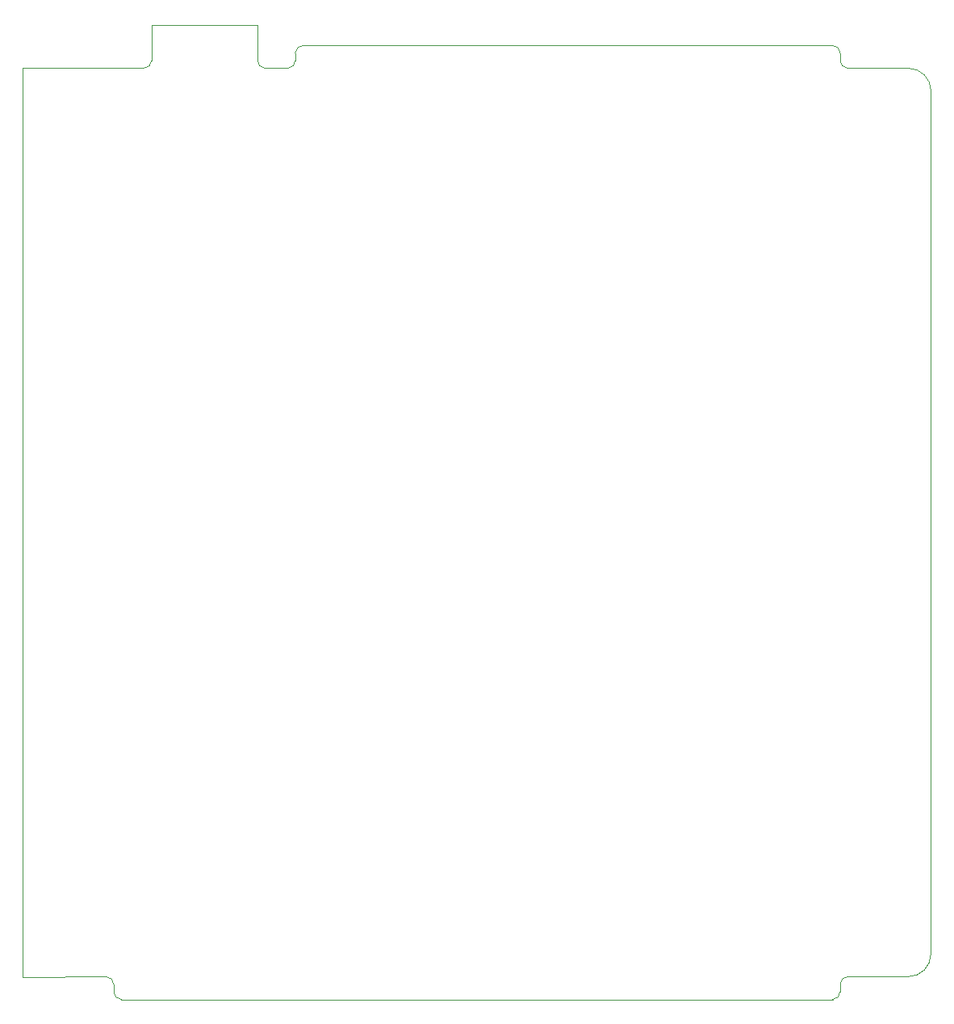
<source format=gm1>
%TF.GenerationSoftware,KiCad,Pcbnew,(5.1.12)-1*%
%TF.CreationDate,2022-01-05T00:46:49-05:00*%
%TF.ProjectId,gasket-2,6761736b-6574-42d3-922e-6b696361645f,rev?*%
%TF.SameCoordinates,Original*%
%TF.FileFunction,Profile,NP*%
%FSLAX46Y46*%
G04 Gerber Fmt 4.6, Leading zero omitted, Abs format (unit mm)*
G04 Created by KiCad (PCBNEW (5.1.12)-1) date 2022-01-05 00:46:49*
%MOMM*%
%LPD*%
G01*
G04 APERTURE LIST*
%TA.AperFunction,Profile*%
%ADD10C,0.050000*%
%TD*%
G04 APERTURE END LIST*
D10*
X125412500Y-116681250D02*
G75*
G02*
X126206250Y-117475000I0J-793750D01*
G01*
X126206250Y-117475000D02*
X126206250Y-118268750D01*
X127000000Y-119062500D02*
G75*
G02*
X126206250Y-118268750I0J793750D01*
G01*
X116681250Y-116713000D02*
X125412500Y-116681250D01*
X201612500Y-119062500D02*
X127000000Y-119062500D01*
X202406250Y-117475000D02*
X202406250Y-118268750D01*
X202406250Y-118268750D02*
G75*
G02*
X201612500Y-119062500I-793750J0D01*
G01*
X202406250Y-117475000D02*
G75*
G02*
X203200000Y-116681250I793750J0D01*
G01*
X203200000Y-21431250D02*
G75*
G02*
X202406250Y-20637500I0J793750D01*
G01*
X142081250Y-21431250D02*
X144462500Y-21431250D01*
X145256250Y-20637500D02*
G75*
G02*
X144462500Y-21431250I-793750J0D01*
G01*
X145256250Y-19843750D02*
G75*
G02*
X146050000Y-19050000I793750J0D01*
G01*
X145256250Y-20637500D02*
X145256250Y-19843750D01*
X201612500Y-19050000D02*
X146050000Y-19050000D01*
X201612500Y-19050000D02*
G75*
G02*
X202406250Y-19843750I0J-793750D01*
G01*
X202406250Y-20637500D02*
X202406250Y-19843750D01*
X129381250Y-21431250D02*
X116681250Y-21431250D01*
X116681250Y-116713000D02*
X116681250Y-21431250D01*
X142081250Y-21431250D02*
G75*
G02*
X141287500Y-20637500I0J793750D01*
G01*
X130175000Y-16891000D02*
X130175000Y-20637500D01*
X130175000Y-20637500D02*
G75*
G02*
X129381250Y-21431250I-793750J0D01*
G01*
X141287500Y-16891000D02*
X130175000Y-16891000D01*
X141287500Y-20637500D02*
X141287500Y-16891000D01*
X211931250Y-114300000D02*
X211931250Y-23812500D01*
X209550000Y-116681250D02*
X203200000Y-116681250D01*
X211931250Y-114300000D02*
G75*
G02*
X209550000Y-116681250I-2381250J0D01*
G01*
X203200000Y-21431250D02*
X209550000Y-21431250D01*
X209550000Y-21431250D02*
G75*
G02*
X211931250Y-23812500I0J-2381250D01*
G01*
M02*

</source>
